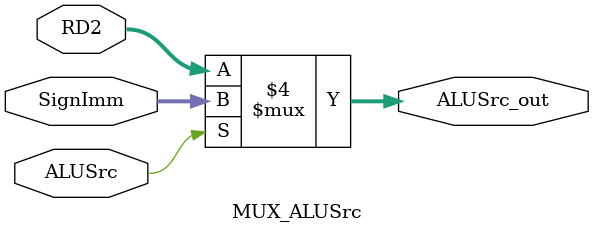
<source format=sv>
module MUX_ALUSrc(
    input logic ALUSrc,
    input logic[31:0] SignImm,
    input logic[31:0] RD2, //from register file
    output logic[31:0] ALUSrc_out
);

always @(*) begin
    if(!ALUSrc) begin
        ALUSrc_out = RD2;
    end
    else begin
        ALUSrc_out = SignImm;
    end
end


endmodule
</source>
